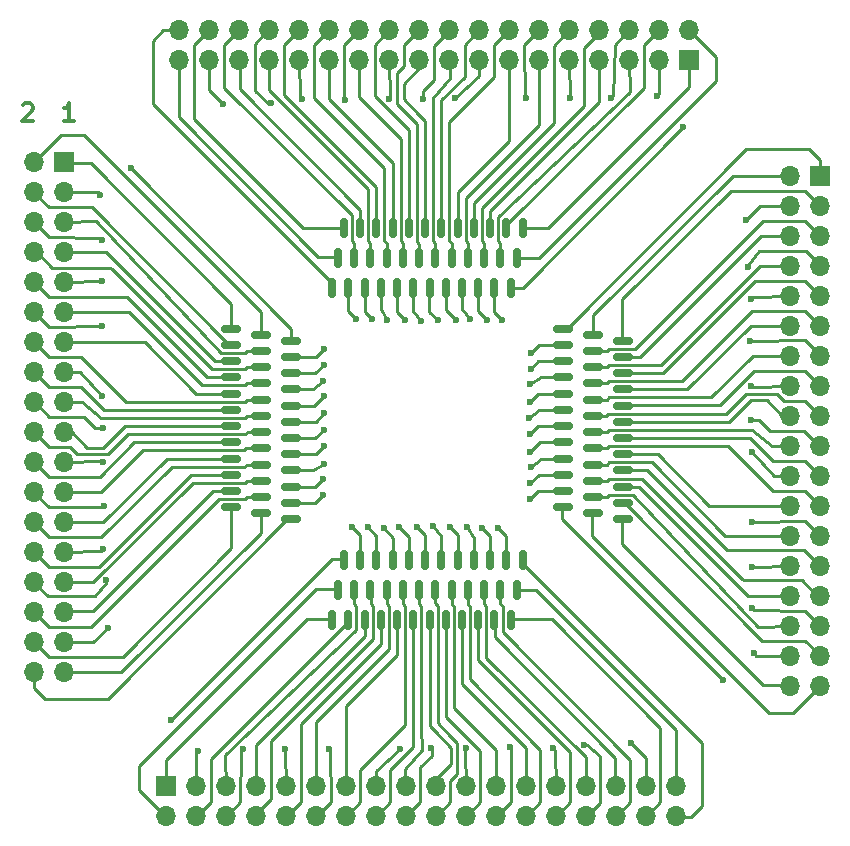
<source format=gbr>
G04 #@! TF.FileFunction,Copper,L1,Top,Signal*
%FSLAX46Y46*%
G04 Gerber Fmt 4.6, Leading zero omitted, Abs format (unit mm)*
G04 Created by KiCad (PCBNEW 4.0.5+dfsg1-4) date Sat Sep 30 20:54:29 2017*
%MOMM*%
%LPD*%
G01*
G04 APERTURE LIST*
%ADD10C,0.100000*%
%ADD11C,0.300000*%
%ADD12O,0.700000X1.740000*%
%ADD13O,1.740000X0.700000*%
%ADD14R,1.700000X1.700000*%
%ADD15O,1.700000X1.700000*%
%ADD16C,0.600000*%
%ADD17C,0.250000*%
G04 APERTURE END LIST*
D10*
D11*
X112071429Y-66821429D02*
X112142858Y-66750000D01*
X112285715Y-66678571D01*
X112642858Y-66678571D01*
X112785715Y-66750000D01*
X112857144Y-66821429D01*
X112928572Y-66964286D01*
X112928572Y-67107143D01*
X112857144Y-67321429D01*
X112000001Y-68178571D01*
X112928572Y-68178571D01*
X116428572Y-68178571D02*
X115571429Y-68178571D01*
X116000001Y-68178571D02*
X116000001Y-66678571D01*
X115857144Y-66892857D01*
X115714286Y-67035714D01*
X115571429Y-67107143D01*
D12*
X146127501Y-105325000D03*
X144752501Y-105325000D03*
D13*
X129735001Y-85762500D03*
X129735001Y-87137500D03*
X129735001Y-88512500D03*
X129735001Y-89887500D03*
X129735001Y-91262500D03*
X129735001Y-92637500D03*
X129735001Y-94012500D03*
X129735001Y-95387500D03*
X129735001Y-96762500D03*
X129735001Y-98137500D03*
X129735001Y-99512500D03*
X129735001Y-100887500D03*
X162895001Y-86762500D03*
X162895001Y-88137500D03*
X162895001Y-89512500D03*
X162895001Y-90887500D03*
X162895001Y-92262500D03*
X162895001Y-93637500D03*
X162895001Y-95012500D03*
X162895001Y-96387500D03*
X162895001Y-97762500D03*
X162895001Y-99137500D03*
X162895001Y-100512500D03*
X162895001Y-101887500D03*
X160355001Y-86262500D03*
X160355001Y-87637500D03*
X160355001Y-89012500D03*
X160355001Y-90387500D03*
X160355001Y-91762500D03*
X160355001Y-93137500D03*
X160355001Y-94512500D03*
X160355001Y-95887500D03*
X160355001Y-97262500D03*
X160355001Y-98637500D03*
X160355001Y-100012500D03*
X160355001Y-101387500D03*
X132275001Y-86262500D03*
X132275001Y-87637500D03*
X132275001Y-89012500D03*
X132275001Y-90387500D03*
X132275001Y-91762500D03*
X132275001Y-93137500D03*
X132275001Y-94512500D03*
X132275001Y-95887500D03*
X132275001Y-97262500D03*
X132275001Y-98637500D03*
X132275001Y-100012500D03*
X132275001Y-101387500D03*
X157815001Y-85762500D03*
X157815001Y-87137500D03*
X157815001Y-88512500D03*
X157815001Y-89887500D03*
X157815001Y-91262500D03*
X157815001Y-92637500D03*
X157815001Y-94012500D03*
X157815001Y-95387500D03*
X157815001Y-96762500D03*
X157815001Y-98137500D03*
X157815001Y-99512500D03*
X134815001Y-86762500D03*
X134815001Y-88137500D03*
X134815001Y-89512500D03*
X134815001Y-90887500D03*
X134815001Y-92262500D03*
X134815001Y-93637500D03*
X134815001Y-95012500D03*
X134815001Y-96387500D03*
X134815001Y-97762500D03*
X134815001Y-99137500D03*
X134815001Y-100512500D03*
X157815001Y-100887500D03*
X134815001Y-101887500D03*
D12*
X139252501Y-77245000D03*
X139252501Y-105325000D03*
X140627501Y-77245000D03*
X142002501Y-77245000D03*
X143377501Y-77245000D03*
X144752501Y-77245000D03*
X146127501Y-77245000D03*
X147502501Y-77245000D03*
X148877501Y-77245000D03*
X150252501Y-77245000D03*
X151627501Y-77245000D03*
X153002501Y-77245000D03*
X154377501Y-77245000D03*
X140627501Y-105325000D03*
X142002501Y-105325000D03*
X143377501Y-105325000D03*
X147502501Y-105325000D03*
X148877501Y-105325000D03*
X150252501Y-105325000D03*
X151627501Y-105325000D03*
X153002501Y-105325000D03*
X154377501Y-105325000D03*
X138752501Y-79785000D03*
X140127501Y-79785000D03*
X141502501Y-79785000D03*
X142877501Y-79785000D03*
X144252501Y-79785000D03*
X145627501Y-79785000D03*
X147002501Y-79785000D03*
X148377501Y-79785000D03*
X149752501Y-79785000D03*
X151127501Y-79785000D03*
X152502501Y-79785000D03*
X153877501Y-79785000D03*
X138752501Y-107865000D03*
X140127501Y-107865000D03*
X141502501Y-107865000D03*
X142877501Y-107865000D03*
X144252501Y-107865000D03*
X145627501Y-107865000D03*
X147002501Y-107865000D03*
X148377501Y-107865000D03*
X149752501Y-107865000D03*
X151127501Y-107865000D03*
X152502501Y-107865000D03*
X153877501Y-107865000D03*
X138252501Y-110405000D03*
X139627501Y-110405000D03*
X141002501Y-110405000D03*
X142377501Y-110405000D03*
X143752501Y-110405000D03*
X145127501Y-110405000D03*
X146502501Y-110405000D03*
X147877501Y-110405000D03*
X149252501Y-110405000D03*
X150627501Y-110405000D03*
X152002501Y-110405000D03*
X153377501Y-110405000D03*
X138252501Y-82325000D03*
X139627501Y-82325000D03*
X141002501Y-82325000D03*
X142377501Y-82325000D03*
X143752501Y-82325000D03*
X145127501Y-82325000D03*
X146502501Y-82325000D03*
X147877501Y-82325000D03*
X149252501Y-82325000D03*
X150627501Y-82325000D03*
X152002501Y-82325000D03*
X153377501Y-82325000D03*
D14*
X115570000Y-71660000D03*
D15*
X113030000Y-71660000D03*
X115570000Y-74200000D03*
X113030000Y-74200000D03*
X115570000Y-76740000D03*
X113030000Y-76740000D03*
X115570000Y-79280000D03*
X113030000Y-79280000D03*
X115570000Y-81820000D03*
X113030000Y-81820000D03*
X115570000Y-84360000D03*
X113030000Y-84360000D03*
X115570000Y-86900000D03*
X113030000Y-86900000D03*
X115570000Y-89440000D03*
X113030000Y-89440000D03*
X115570000Y-91980000D03*
X113030000Y-91980000D03*
X115570000Y-94520000D03*
X113030000Y-94520000D03*
X115570000Y-97060000D03*
X113030000Y-97060000D03*
X115570000Y-99600000D03*
X113030000Y-99600000D03*
X115570000Y-102140000D03*
X113030000Y-102140000D03*
X115570000Y-104680000D03*
X113030000Y-104680000D03*
X115570000Y-107220000D03*
X113030000Y-107220000D03*
X115570000Y-109760000D03*
X113030000Y-109760000D03*
X115570000Y-112300000D03*
X113030000Y-112300000D03*
X115570000Y-114840000D03*
X113030000Y-114840000D03*
D14*
X168500000Y-63010000D03*
D15*
X168500000Y-60470000D03*
X165960000Y-63010000D03*
X165960000Y-60470000D03*
X163420000Y-63010000D03*
X163420000Y-60470000D03*
X160880000Y-63010000D03*
X160880000Y-60470000D03*
X158340000Y-63010000D03*
X158340000Y-60470000D03*
X155800000Y-63010000D03*
X155800000Y-60470000D03*
X153260000Y-63010000D03*
X153260000Y-60470000D03*
X150720000Y-63010000D03*
X150720000Y-60470000D03*
X148180000Y-63010000D03*
X148180000Y-60470000D03*
X145640000Y-63010000D03*
X145640000Y-60470000D03*
X143100000Y-63010000D03*
X143100000Y-60470000D03*
X140560000Y-63010000D03*
X140560000Y-60470000D03*
X138020000Y-63010000D03*
X138020000Y-60470000D03*
X135480000Y-63010000D03*
X135480000Y-60470000D03*
X132940000Y-63010000D03*
X132940000Y-60470000D03*
X130400000Y-63010000D03*
X130400000Y-60470000D03*
X127860000Y-63010000D03*
X127860000Y-60470000D03*
X125320000Y-63010000D03*
X125320000Y-60470000D03*
D14*
X124170000Y-124460000D03*
D15*
X124170000Y-127000000D03*
X126710000Y-124460000D03*
X126710000Y-127000000D03*
X129250000Y-124460000D03*
X129250000Y-127000000D03*
X131790000Y-124460000D03*
X131790000Y-127000000D03*
X134330000Y-124460000D03*
X134330000Y-127000000D03*
X136870000Y-124460000D03*
X136870000Y-127000000D03*
X139410000Y-124460000D03*
X139410000Y-127000000D03*
X141950000Y-124460000D03*
X141950000Y-127000000D03*
X144490000Y-124460000D03*
X144490000Y-127000000D03*
X147030000Y-124460000D03*
X147030000Y-127000000D03*
X149570000Y-124460000D03*
X149570000Y-127000000D03*
X152110000Y-124460000D03*
X152110000Y-127000000D03*
X154650000Y-124460000D03*
X154650000Y-127000000D03*
X157190000Y-124460000D03*
X157190000Y-127000000D03*
X159730000Y-124460000D03*
X159730000Y-127000000D03*
X162270000Y-124460000D03*
X162270000Y-127000000D03*
X164810000Y-124460000D03*
X164810000Y-127000000D03*
X167350000Y-124460000D03*
X167350000Y-127000000D03*
D14*
X179530000Y-72790000D03*
D15*
X176990000Y-72790000D03*
X179530000Y-75330000D03*
X176990000Y-75330000D03*
X179530000Y-77870000D03*
X176990000Y-77870000D03*
X179530000Y-80410000D03*
X176990000Y-80410000D03*
X179530000Y-82950000D03*
X176990000Y-82950000D03*
X179530000Y-85490000D03*
X176990000Y-85490000D03*
X179530000Y-88030000D03*
X176990000Y-88030000D03*
X179530000Y-90570000D03*
X176990000Y-90570000D03*
X179530000Y-93110000D03*
X176990000Y-93110000D03*
X179530000Y-95650000D03*
X176990000Y-95650000D03*
X179530000Y-98190000D03*
X176990000Y-98190000D03*
X179530000Y-100730000D03*
X176990000Y-100730000D03*
X179530000Y-103270000D03*
X176990000Y-103270000D03*
X179530000Y-105810000D03*
X176990000Y-105810000D03*
X179530000Y-108350000D03*
X176990000Y-108350000D03*
X179530000Y-110890000D03*
X176990000Y-110890000D03*
X179530000Y-113430000D03*
X176990000Y-113430000D03*
X179530000Y-115970000D03*
X176990000Y-115970000D03*
D16*
X118610000Y-74400000D03*
X121200000Y-72140000D03*
X137530000Y-87470000D03*
X118750000Y-78250000D03*
X118750000Y-81750000D03*
X137540000Y-88800000D03*
X118750000Y-85500000D03*
X137510000Y-90180000D03*
X118750000Y-91480000D03*
X137580000Y-91420000D03*
X137570000Y-92930000D03*
X118860000Y-94160000D03*
X137610000Y-94330000D03*
X118860000Y-97060000D03*
X118910000Y-100810000D03*
X137570000Y-95700000D03*
X137530000Y-97220000D03*
X118860000Y-104440000D03*
X119140000Y-107070000D03*
X137510000Y-98470000D03*
X119300000Y-111090000D03*
X137480000Y-99820000D03*
X165735104Y-66078200D03*
X167995104Y-68668200D03*
X152665104Y-84998200D03*
X161885104Y-66218200D03*
X158385104Y-66218200D03*
X151335104Y-85008200D03*
X154635104Y-66218200D03*
X149955104Y-84978200D03*
X148655104Y-66218200D03*
X148715104Y-85048200D03*
X145975104Y-66328200D03*
X147205104Y-85038200D03*
X145805104Y-85078200D03*
X143075104Y-66328200D03*
X139325104Y-66378200D03*
X144435104Y-85038200D03*
X142915104Y-84998200D03*
X135695104Y-66328200D03*
X133065104Y-66608200D03*
X141665104Y-84978200D03*
X129045104Y-66768200D03*
X140315104Y-84948200D03*
X124634657Y-118910719D03*
X126894657Y-121500719D03*
X139964657Y-102580719D03*
X130744657Y-121360719D03*
X141294657Y-102570719D03*
X134244657Y-121360719D03*
X142674657Y-102600719D03*
X137994657Y-121360719D03*
X143914657Y-102530719D03*
X143974657Y-121360719D03*
X145424657Y-102540719D03*
X146654657Y-121250719D03*
X146824657Y-102500719D03*
X149554657Y-121250719D03*
X148194657Y-102540719D03*
X153304657Y-121200719D03*
X149714657Y-102580719D03*
X156934657Y-121250719D03*
X150964657Y-102600719D03*
X159564657Y-120970719D03*
X152314657Y-102630719D03*
X163584657Y-120810719D03*
X155085000Y-87825000D03*
X173265000Y-76555000D03*
X155055000Y-89175000D03*
X173425000Y-80575000D03*
X173705000Y-83205000D03*
X155035000Y-90425000D03*
X154995000Y-91945000D03*
X173655000Y-86835000D03*
X173705000Y-90585000D03*
X154955000Y-93315000D03*
X154995000Y-94715000D03*
X173705000Y-93485000D03*
X154985000Y-96225000D03*
X173815000Y-96165000D03*
X155055000Y-97465000D03*
X173815000Y-102145000D03*
X155025000Y-98845000D03*
X173815000Y-105895000D03*
X173815000Y-109395000D03*
X155035000Y-100175000D03*
X171365000Y-115505000D03*
X173955000Y-113245000D03*
D17*
X115610000Y-71700000D02*
X117800000Y-71700000D01*
X129735001Y-83635001D02*
X129735001Y-85762500D01*
X129735001Y-83635001D02*
X117800000Y-71700000D01*
X115610000Y-71700000D02*
X115570000Y-71660000D01*
X132275001Y-86262500D02*
X132275001Y-84355001D01*
X115320000Y-69370000D02*
X113030000Y-71660000D01*
X117290000Y-69370000D02*
X115320000Y-69370000D01*
X132275001Y-84355001D02*
X117290000Y-69370000D01*
X118410000Y-74200000D02*
X115570000Y-74200000D01*
X118610000Y-74400000D02*
X118410000Y-74200000D01*
X134815001Y-85755001D02*
X121200000Y-72140000D01*
X134815001Y-86762500D02*
X134815001Y-85755001D01*
X113030000Y-74200000D02*
X113030000Y-74228600D01*
X113030000Y-74228600D02*
X114280100Y-75478700D01*
X117886900Y-75478700D02*
X129545700Y-87137500D01*
X114280100Y-75478700D02*
X117886900Y-75478700D01*
X129545700Y-87137500D02*
X129735001Y-87137500D01*
X113030000Y-74200000D02*
X113100000Y-74200000D01*
X132275001Y-87637500D02*
X131026500Y-87637500D01*
X118280000Y-76670000D02*
X115570000Y-76740000D01*
X128859700Y-87823100D02*
X118280000Y-76670000D01*
X130840900Y-87823100D02*
X128859700Y-87823100D01*
X131026500Y-87637500D02*
X130840900Y-87823100D01*
X131747500Y-87637500D02*
X132275001Y-87637500D01*
X136862500Y-88137500D02*
X134815001Y-88137500D01*
X137530000Y-87470000D02*
X136862500Y-88137500D01*
X113030000Y-76740000D02*
X114260000Y-77970000D01*
X118570000Y-78070000D02*
X118750000Y-78250000D01*
X114260000Y-77970000D02*
X118570000Y-78070000D01*
X129735001Y-88512500D02*
X128355300Y-88512500D01*
X119122800Y-79280000D02*
X115570000Y-79280000D01*
X128355300Y-88512500D02*
X119122800Y-79280000D01*
X119470150Y-80579850D02*
X114559850Y-80579850D01*
X114559850Y-80579850D02*
X113260000Y-79280000D01*
X113260000Y-79280000D02*
X113030000Y-79280000D01*
X132275001Y-89012500D02*
X131061200Y-89012500D01*
X128085000Y-89194700D02*
X119625150Y-80734850D01*
X119625150Y-80734850D02*
X119470150Y-80579850D01*
X130879000Y-89194700D02*
X128085000Y-89194700D01*
X131061200Y-89012500D02*
X130879000Y-89194700D01*
X132275001Y-89012500D02*
X132826500Y-89012500D01*
X136827500Y-89512500D02*
X137540000Y-88800000D01*
X134815001Y-89512500D02*
X136827500Y-89512500D01*
X118750000Y-81750000D02*
X115570000Y-81820000D01*
X129735001Y-89887500D02*
X127687500Y-89887500D01*
X114320000Y-83110000D02*
X113030000Y-81820000D01*
X120910000Y-83110000D02*
X114320000Y-83110000D01*
X127687500Y-89887500D02*
X120910000Y-83110000D01*
X113030000Y-81820000D02*
X113080000Y-81820000D01*
X131957500Y-90387500D02*
X132147000Y-90198000D01*
X121027800Y-84360000D02*
X115570000Y-84360000D01*
X127234100Y-90566300D02*
X121027800Y-84360000D01*
X132275001Y-90387500D02*
X131019700Y-90387500D01*
X130840900Y-90566300D02*
X127234100Y-90566300D01*
X131019700Y-90387500D02*
X130840900Y-90566300D01*
X134815001Y-90887500D02*
X136642500Y-90887500D01*
X114300000Y-85630000D02*
X113030000Y-84360000D01*
X118710000Y-85540000D02*
X114300000Y-85630000D01*
X118750000Y-85500000D02*
X118710000Y-85540000D01*
X136642500Y-90887500D02*
X137510000Y-90180000D01*
X129735001Y-91262500D02*
X126757600Y-91262500D01*
X122395100Y-86900000D02*
X115570000Y-86900000D01*
X126757600Y-91262500D02*
X122395100Y-86900000D01*
X125989500Y-91950600D02*
X120800600Y-91950600D01*
X132275001Y-91762500D02*
X131041700Y-91762500D01*
X130853600Y-91950600D02*
X125989500Y-91950600D01*
X131041700Y-91762500D02*
X130853600Y-91950600D01*
X114290000Y-88160000D02*
X113030000Y-86900000D01*
X117010000Y-88160000D02*
X114290000Y-88160000D01*
X120800600Y-91950600D02*
X117010000Y-88160000D01*
X113611000Y-86900000D02*
X113030000Y-86900000D01*
X116920000Y-89440000D02*
X115570000Y-89440000D01*
X118750000Y-91480000D02*
X116920000Y-89440000D01*
X136737500Y-92262500D02*
X137580000Y-91420000D01*
X134815001Y-92262500D02*
X136737500Y-92262500D01*
X129735001Y-92637500D02*
X118937500Y-92637500D01*
X114260000Y-90670000D02*
X113030000Y-89440000D01*
X116970000Y-90670000D02*
X114260000Y-90670000D01*
X118937500Y-92637500D02*
X116970000Y-90670000D01*
X113030000Y-89440000D02*
X113060000Y-89440000D01*
X132275001Y-93137500D02*
X131032500Y-93137500D01*
X117101813Y-91940723D02*
X115570000Y-91980000D01*
X118720000Y-93330000D02*
X117101813Y-91940723D01*
X120650000Y-93320000D02*
X118720000Y-93330000D01*
X130850000Y-93320000D02*
X120650000Y-93320000D01*
X131032500Y-93137500D02*
X130850000Y-93320000D01*
X117220000Y-93220000D02*
X118190000Y-94190000D01*
X134815001Y-93637500D02*
X136862500Y-93637500D01*
X137570000Y-92930000D02*
X136862500Y-93637500D01*
X114320000Y-93220000D02*
X117220000Y-93220000D01*
X114320000Y-93220000D02*
X113080000Y-91980000D01*
X118830000Y-94190000D02*
X118860000Y-94160000D01*
X118190000Y-94190000D02*
X118830000Y-94190000D01*
X113030000Y-91980000D02*
X113080000Y-91980000D01*
X120170000Y-94520000D02*
X118870000Y-95820000D01*
X120677500Y-94012500D02*
X120170000Y-94520000D01*
X129735001Y-94012500D02*
X120677500Y-94012500D01*
X117530000Y-95820000D02*
X116230000Y-94520000D01*
X118870000Y-95820000D02*
X117530000Y-95820000D01*
X116230000Y-94520000D02*
X115570000Y-94520000D01*
X119880000Y-95770000D02*
X119300000Y-96350000D01*
X131097500Y-94512500D02*
X130910000Y-94700000D01*
X130910000Y-94700000D02*
X120950000Y-94700000D01*
X120950000Y-94700000D02*
X119880000Y-95770000D01*
X113030000Y-94520000D02*
X114280000Y-95770000D01*
X131097500Y-94512500D02*
X132275001Y-94512500D01*
X116090000Y-95770000D02*
X114280000Y-95770000D01*
X116670000Y-96350000D02*
X116090000Y-95770000D01*
X119300000Y-96350000D02*
X116670000Y-96350000D01*
X113030000Y-94520000D02*
X113030000Y-94580000D01*
X115570000Y-97060000D02*
X118770000Y-96970000D01*
X136827500Y-95012500D02*
X134815001Y-95012500D01*
X137610000Y-94330000D02*
X136827500Y-95012500D01*
X118770000Y-96970000D02*
X118860000Y-97060000D01*
X129735001Y-95387500D02*
X121482500Y-95387500D01*
X114250000Y-98280000D02*
X113030000Y-97060000D01*
X118590000Y-98280000D02*
X114250000Y-98280000D01*
X121482500Y-95387500D02*
X118590000Y-98280000D01*
X122228700Y-96065400D02*
X118694100Y-99600000D01*
X130828200Y-96065400D02*
X122228700Y-96065400D01*
X132275001Y-95887500D02*
X131006100Y-95887500D01*
X118694100Y-99600000D02*
X115570000Y-99600000D01*
X131006100Y-95887500D02*
X130828200Y-96065400D01*
X113030000Y-99600000D02*
X113030000Y-99640000D01*
X113030000Y-99640000D02*
X114280000Y-100890000D01*
X114280000Y-100890000D02*
X118840000Y-100880000D01*
X118840000Y-100880000D02*
X118910000Y-100810000D01*
X137570000Y-95700000D02*
X136882500Y-96387500D01*
X136882500Y-96387500D02*
X134815001Y-96387500D01*
X129735001Y-96762500D02*
X124237500Y-96762500D01*
X118860000Y-102140000D02*
X115570000Y-102140000D01*
X124237500Y-96762500D02*
X118860000Y-102140000D01*
X132275001Y-97262500D02*
X131017500Y-97262500D01*
X114290000Y-103400000D02*
X113030000Y-102140000D01*
X118720000Y-103400000D02*
X114290000Y-103400000D01*
X124670000Y-97450000D02*
X118720000Y-103400000D01*
X130830000Y-97450000D02*
X124670000Y-97450000D01*
X131017500Y-97262500D02*
X130830000Y-97450000D01*
X113725300Y-102140000D02*
X113030000Y-102140000D01*
X115570000Y-104680000D02*
X118700000Y-104600000D01*
X136657500Y-97762500D02*
X134815001Y-97762500D01*
X137530000Y-97220000D02*
X136657500Y-97762500D01*
X118700000Y-104600000D02*
X118860000Y-104440000D01*
X129735001Y-98137500D02*
X126312500Y-98137500D01*
X118520000Y-105930000D02*
X114280000Y-105930000D01*
X126312500Y-98137500D02*
X118520000Y-105930000D01*
X114280000Y-105930000D02*
X113030000Y-104680000D01*
X113030000Y-104670000D02*
X113030000Y-104680000D01*
X132275001Y-98637500D02*
X131050100Y-98637500D01*
X118048000Y-107220000D02*
X115570000Y-107220000D01*
X126446700Y-98821300D02*
X118048000Y-107220000D01*
X130866300Y-98821300D02*
X126446700Y-98821300D01*
X131050100Y-98637500D02*
X130866300Y-98821300D01*
X119140000Y-107310000D02*
X119140000Y-107070000D01*
X118180000Y-108430000D02*
X119140000Y-107310000D01*
X113030000Y-107220000D02*
X113030000Y-107270000D01*
X113030000Y-107270000D02*
X114190000Y-108430000D01*
X114190000Y-108430000D02*
X118180000Y-108430000D01*
X137510000Y-98470000D02*
X136842500Y-99137500D01*
X136842500Y-99137500D02*
X134815001Y-99137500D01*
X115630000Y-109700000D02*
X118020400Y-109700000D01*
X128207900Y-99512500D02*
X118020400Y-109700000D01*
X128207900Y-99512500D02*
X129735001Y-99512500D01*
X115630000Y-109700000D02*
X115570000Y-109760000D01*
X132275001Y-100012500D02*
X131067500Y-100012500D01*
X114280000Y-111010000D02*
X113030000Y-109760000D01*
X117870000Y-111010000D02*
X114280000Y-111010000D01*
X128670000Y-100210000D02*
X117870000Y-111010000D01*
X130870000Y-100210000D02*
X128670000Y-100210000D01*
X131067500Y-100012500D02*
X130870000Y-100210000D01*
X118040000Y-112300000D02*
X119300000Y-111090000D01*
X115570000Y-112300000D02*
X118040000Y-112300000D01*
X136787500Y-100512500D02*
X134815001Y-100512500D01*
X137480000Y-99820000D02*
X136787500Y-100512500D01*
X129735001Y-104364999D02*
X120550000Y-113550000D01*
X120550000Y-113550000D02*
X114280000Y-113550000D01*
X129735001Y-100887500D02*
X129735001Y-104364999D01*
X114280000Y-113550000D02*
X113030000Y-112300000D01*
X132210000Y-103034400D02*
X120404400Y-114840000D01*
X120404400Y-114840000D02*
X115570000Y-114840000D01*
X132210000Y-101452501D02*
X132210000Y-103034400D01*
X132210000Y-101452501D02*
X132275001Y-101387500D01*
X132210000Y-101452501D02*
X132275001Y-101387500D01*
X119240000Y-117080000D02*
X134432500Y-101887500D01*
X113930000Y-117080000D02*
X119240000Y-117080000D01*
X113030000Y-114840000D02*
X113030000Y-116180000D01*
X113030000Y-116180000D02*
X113930000Y-117080000D01*
X134432500Y-101887500D02*
X134815001Y-101887500D01*
X134815001Y-101887500D02*
X134302500Y-101887500D01*
X168435104Y-63078200D02*
X168435104Y-65268200D01*
X156500103Y-77203201D02*
X154372604Y-77203201D01*
X156500103Y-77203201D02*
X168435104Y-65268200D01*
X168435104Y-63078200D02*
X168475104Y-63038200D01*
X153872604Y-79743201D02*
X155780103Y-79743201D01*
X170765104Y-62788200D02*
X168475104Y-60498200D01*
X170765104Y-64758200D02*
X170765104Y-62788200D01*
X155780103Y-79743201D02*
X170765104Y-64758200D01*
X165935104Y-65878200D02*
X165935104Y-63038200D01*
X165735104Y-66078200D02*
X165935104Y-65878200D01*
X154380103Y-82283201D02*
X167995104Y-68668200D01*
X153372604Y-82283201D02*
X154380103Y-82283201D01*
X165935104Y-60498200D02*
X165906504Y-60498200D01*
X165906504Y-60498200D02*
X164656404Y-61748300D01*
X164656404Y-61748300D02*
X164656404Y-65355100D01*
X165935104Y-60498200D02*
X165935104Y-60568200D01*
X164656404Y-65355100D02*
X152997604Y-77013900D01*
X152997604Y-77013900D02*
X152997604Y-77203201D01*
X152497604Y-79743201D02*
X152497604Y-78494700D01*
X163465104Y-65748200D02*
X163395104Y-63038200D01*
X152312004Y-76327900D02*
X163465104Y-65748200D01*
X152312004Y-78309100D02*
X152312004Y-76327900D01*
X152497604Y-78494700D02*
X152312004Y-78309100D01*
X152497604Y-79215700D02*
X152497604Y-79743201D01*
X152665104Y-84998200D02*
X151997604Y-84330700D01*
X163395104Y-60498200D02*
X162165104Y-61728200D01*
X162065104Y-66038200D02*
X161885104Y-66218200D01*
X162165104Y-61728200D02*
X162065104Y-66038200D01*
X151997604Y-84330700D02*
X151997604Y-82283201D01*
X151622604Y-77203201D02*
X151622604Y-75823500D01*
X160855104Y-66591000D02*
X160855104Y-63038200D01*
X151622604Y-75823500D02*
X160855104Y-66591000D01*
X159555254Y-66938350D02*
X159555254Y-62028050D01*
X159555254Y-62028050D02*
X160855104Y-60728200D01*
X160855104Y-60728200D02*
X160855104Y-60498200D01*
X151122604Y-79743201D02*
X151122604Y-78529400D01*
X150940404Y-75553200D02*
X159400254Y-67093350D01*
X159400254Y-67093350D02*
X159555254Y-66938350D01*
X150940404Y-78347200D02*
X150940404Y-75553200D01*
X151122604Y-78529400D02*
X150940404Y-78347200D01*
X151122604Y-79743201D02*
X151122604Y-80294700D01*
X150622604Y-84295700D02*
X151335104Y-85008200D01*
X150622604Y-82283201D02*
X150622604Y-84295700D01*
X158385104Y-66218200D02*
X158315104Y-63038200D01*
X157025104Y-61788200D02*
X158315104Y-60498200D01*
X157025104Y-68378200D02*
X157025104Y-61788200D01*
X158315104Y-60498200D02*
X158315104Y-60548200D01*
X150247604Y-77203201D02*
X150247604Y-75155700D01*
X150247604Y-75155700D02*
X157025104Y-68378200D01*
X149747604Y-79425700D02*
X149937104Y-79615200D01*
X155775104Y-68496000D02*
X155775104Y-63038200D01*
X149568804Y-74702300D02*
X155775104Y-68496000D01*
X149747604Y-79743201D02*
X149747604Y-78487900D01*
X149568804Y-78309100D02*
X149568804Y-74702300D01*
X149747604Y-78487900D02*
X149568804Y-78309100D01*
X154505104Y-61768200D02*
X155775104Y-60498200D01*
X154595104Y-66178200D02*
X154505104Y-61768200D01*
X149247604Y-82283201D02*
X149247604Y-84110700D01*
X154635104Y-66218200D02*
X154595104Y-66178200D01*
X149247604Y-84110700D02*
X149955104Y-84978200D01*
X148872604Y-77203201D02*
X148872604Y-74225800D01*
X153235104Y-69863300D02*
X153235104Y-63038200D01*
X148872604Y-74225800D02*
X153235104Y-69863300D01*
X148184504Y-73457700D02*
X148184504Y-68268800D01*
X151975104Y-61758200D02*
X153235104Y-60498200D01*
X151975104Y-64478200D02*
X151975104Y-61758200D01*
X148184504Y-68268800D02*
X151975104Y-64478200D01*
X153235104Y-61079200D02*
X153235104Y-60498200D01*
X148372604Y-79743201D02*
X148372604Y-78509900D01*
X148184504Y-78321800D02*
X148184504Y-73457700D01*
X148372604Y-78509900D02*
X148184504Y-78321800D01*
X150695104Y-64388200D02*
X150695104Y-63038200D01*
X148655104Y-66218200D02*
X150695104Y-64388200D01*
X147872604Y-84205700D02*
X148715104Y-85048200D01*
X147872604Y-82283201D02*
X147872604Y-84205700D01*
X149465104Y-61728200D02*
X150695104Y-60498200D01*
X149465104Y-64438200D02*
X149465104Y-61728200D01*
X150695104Y-60498200D02*
X150695104Y-60528200D01*
X147497604Y-77203201D02*
X147497604Y-66405700D01*
X147497604Y-66405700D02*
X149465104Y-64438200D01*
X146997604Y-79743201D02*
X146997604Y-78500700D01*
X148194381Y-64570013D02*
X148155104Y-63038200D01*
X146805104Y-66188200D02*
X148194381Y-64570013D01*
X146815104Y-68118200D02*
X146805104Y-66188200D01*
X146815104Y-78318200D02*
X146815104Y-68118200D01*
X146997604Y-78500700D02*
X146815104Y-78318200D01*
X146915104Y-64688200D02*
X145945104Y-65658200D01*
X146915104Y-61788200D02*
X146915104Y-64688200D01*
X146915104Y-61788200D02*
X148155104Y-60548200D01*
X145945104Y-66298200D02*
X145975104Y-66328200D01*
X145945104Y-65658200D02*
X145945104Y-66298200D01*
X148155104Y-60498200D02*
X148155104Y-60548200D01*
X146497604Y-82283201D02*
X146497604Y-84330700D01*
X147205104Y-85038200D02*
X146497604Y-84330700D01*
X145615104Y-67638200D02*
X144315104Y-66338200D01*
X146122604Y-68145700D02*
X145615104Y-67638200D01*
X146122604Y-77203201D02*
X146122604Y-68145700D01*
X144315104Y-64998200D02*
X145615104Y-63698200D01*
X144315104Y-66338200D02*
X144315104Y-64998200D01*
X145615104Y-63698200D02*
X145615104Y-63038200D01*
X145615104Y-60498200D02*
X144365104Y-61748200D01*
X144365104Y-63558200D02*
X144365104Y-61748200D01*
X143785104Y-64138200D02*
X144365104Y-63558200D01*
X143785104Y-66768200D02*
X143785104Y-64138200D01*
X145615104Y-60498200D02*
X145555104Y-60498200D01*
X144365104Y-67348200D02*
X143785104Y-66768200D01*
X145622604Y-78565700D02*
X145435104Y-78378200D01*
X145435104Y-78378200D02*
X145435104Y-68418200D01*
X145435104Y-68418200D02*
X144365104Y-67348200D01*
X145622604Y-78565700D02*
X145622604Y-79743201D01*
X143075104Y-63038200D02*
X143165104Y-66238200D01*
X145122604Y-84295700D02*
X145122604Y-82283201D01*
X145805104Y-85078200D02*
X145122604Y-84295700D01*
X143165104Y-66238200D02*
X143075104Y-66328200D01*
X141855104Y-61718200D02*
X143075104Y-60498200D01*
X141855104Y-66058200D02*
X141855104Y-61718200D01*
X144747604Y-77203201D02*
X144747604Y-68950700D01*
X144747604Y-68950700D02*
X141855104Y-66058200D01*
X144069704Y-69696900D02*
X140535104Y-66162300D01*
X144069704Y-78296400D02*
X144069704Y-69696900D01*
X144247604Y-79743201D02*
X144247604Y-78474300D01*
X140535104Y-66162300D02*
X140535104Y-63038200D01*
X144247604Y-78474300D02*
X144069704Y-78296400D01*
X140535104Y-60498200D02*
X140495104Y-60498200D01*
X140495104Y-60498200D02*
X139245104Y-61748200D01*
X139245104Y-61748200D02*
X139255104Y-66308200D01*
X139255104Y-66308200D02*
X139325104Y-66378200D01*
X144435104Y-85038200D02*
X143747604Y-84350700D01*
X143747604Y-84350700D02*
X143747604Y-82283201D01*
X143372604Y-77203201D02*
X143372604Y-71705700D01*
X137995104Y-66328200D02*
X137995104Y-63038200D01*
X143372604Y-71705700D02*
X137995104Y-66328200D01*
X136735104Y-61758200D02*
X137995104Y-60498200D01*
X136735104Y-66188200D02*
X136735104Y-61758200D01*
X137995104Y-61193500D02*
X137995104Y-60498200D01*
X142872604Y-79743201D02*
X142872604Y-78485700D01*
X142685104Y-72138200D02*
X136735104Y-66188200D01*
X142685104Y-78298200D02*
X142685104Y-72138200D01*
X142872604Y-78485700D02*
X142685104Y-78298200D01*
X135455104Y-63038200D02*
X135535104Y-66168200D01*
X142372604Y-84125700D02*
X142372604Y-82283201D01*
X142915104Y-84998200D02*
X142372604Y-84125700D01*
X135535104Y-66168200D02*
X135695104Y-66328200D01*
X134205104Y-65988200D02*
X134205104Y-61748200D01*
X134205104Y-61748200D02*
X135455104Y-60498200D01*
X135465104Y-60498200D02*
X135455104Y-60498200D01*
X141997604Y-77203201D02*
X141997604Y-73780700D01*
X141997604Y-73780700D02*
X134205104Y-65988200D01*
X141497604Y-79743201D02*
X141497604Y-78518300D01*
X132915104Y-65516200D02*
X132915104Y-63038200D01*
X141313804Y-73914900D02*
X132915104Y-65516200D01*
X141313804Y-78334500D02*
X141313804Y-73914900D01*
X141497604Y-78518300D02*
X141313804Y-78334500D01*
X132825104Y-66608200D02*
X133065104Y-66608200D01*
X131705104Y-65648200D02*
X132825104Y-66608200D01*
X132915104Y-60498200D02*
X132865104Y-60498200D01*
X132865104Y-60498200D02*
X131705104Y-61658200D01*
X131705104Y-61658200D02*
X131705104Y-65648200D01*
X141665104Y-84978200D02*
X140997604Y-84310700D01*
X140997604Y-84310700D02*
X140997604Y-82283201D01*
X130435104Y-63098200D02*
X130435104Y-65488600D01*
X140622604Y-75676100D02*
X130435104Y-65488600D01*
X140622604Y-75676100D02*
X140622604Y-77203201D01*
X130435104Y-63098200D02*
X130375104Y-63038200D01*
X129125104Y-61748200D02*
X130375104Y-60498200D01*
X129125104Y-65338200D02*
X129125104Y-61748200D01*
X140122604Y-79743201D02*
X140122604Y-78535700D01*
X139935104Y-76148200D02*
X129125104Y-65338200D01*
X139935104Y-78348200D02*
X139935104Y-76148200D01*
X140122604Y-78535700D02*
X139935104Y-78348200D01*
X127835104Y-65508200D02*
X129045104Y-66768200D01*
X127835104Y-63038200D02*
X127835104Y-65508200D01*
X139622604Y-84255700D02*
X139622604Y-82283201D01*
X140315104Y-84948200D02*
X139622604Y-84255700D01*
X126585104Y-68018200D02*
X126585104Y-61748200D01*
X126585104Y-61748200D02*
X127835104Y-60498200D01*
X135770105Y-77203201D02*
X126585104Y-68018200D01*
X139247604Y-77203201D02*
X135770105Y-77203201D01*
X137100704Y-79678200D02*
X125295104Y-67872600D01*
X125295104Y-67872600D02*
X125295104Y-63038200D01*
X138682603Y-79678200D02*
X137100704Y-79678200D01*
X138682603Y-79678200D02*
X138747604Y-79743201D01*
X138682603Y-79678200D02*
X138747604Y-79743201D01*
X123055104Y-66708200D02*
X138247604Y-81900700D01*
X123055104Y-61398200D02*
X123055104Y-66708200D01*
X125295104Y-60498200D02*
X123955104Y-60498200D01*
X123955104Y-60498200D02*
X123055104Y-61398200D01*
X138247604Y-81900700D02*
X138247604Y-82283201D01*
X138247604Y-82283201D02*
X138247604Y-81770700D01*
X136129658Y-110375718D02*
X138257157Y-110375718D01*
X136129658Y-110375718D02*
X124194657Y-122310719D01*
X124194657Y-124500719D02*
X124154657Y-124540719D01*
X124194657Y-124500719D02*
X124194657Y-122310719D01*
X136849658Y-107835718D02*
X121864657Y-122820719D01*
X138757157Y-107835718D02*
X136849658Y-107835718D01*
X121864657Y-124790719D02*
X124154657Y-127080719D01*
X121864657Y-122820719D02*
X121864657Y-124790719D01*
X139257157Y-105295718D02*
X138249658Y-105295718D01*
X138249658Y-105295718D02*
X124634657Y-118910719D01*
X126894657Y-121500719D02*
X126694657Y-121700719D01*
X126694657Y-121700719D02*
X126694657Y-124540719D01*
X139632157Y-110565019D02*
X139632157Y-110375718D01*
X127973357Y-122223819D02*
X139632157Y-110565019D01*
X127973357Y-125830619D02*
X127973357Y-122223819D01*
X126723257Y-127080719D02*
X127973357Y-125830619D01*
X126694657Y-127080719D02*
X126723257Y-127080719D01*
X126694657Y-127080719D02*
X126694657Y-127010719D01*
X140317757Y-111251019D02*
X129164657Y-121830719D01*
X129164657Y-121830719D02*
X129234657Y-124540719D01*
X140132157Y-108363219D02*
X140132157Y-107835718D01*
X140132157Y-109084219D02*
X140317757Y-109269819D01*
X140132157Y-107835718D02*
X140132157Y-109084219D01*
X140317757Y-109269819D02*
X140317757Y-111251019D01*
X130564657Y-121540719D02*
X130744657Y-121360719D01*
X130464657Y-125850719D02*
X130564657Y-121540719D01*
X129234657Y-127080719D02*
X130464657Y-125850719D01*
X140632157Y-103248219D02*
X140632157Y-105295718D01*
X139964657Y-102580719D02*
X140632157Y-103248219D01*
X141007157Y-111755419D02*
X131774657Y-120987919D01*
X131774657Y-120987919D02*
X131774657Y-124540719D01*
X141007157Y-110375718D02*
X141007157Y-111755419D01*
X133229507Y-120485569D02*
X133074507Y-120640569D01*
X141689357Y-112025719D02*
X133229507Y-120485569D01*
X133074507Y-125550869D02*
X131774657Y-126850719D01*
X131774657Y-126850719D02*
X131774657Y-127080719D01*
X133074507Y-120640569D02*
X133074507Y-125550869D01*
X141507157Y-107835718D02*
X141507157Y-107284219D01*
X141507157Y-109049519D02*
X141689357Y-109231719D01*
X141507157Y-107835718D02*
X141507157Y-109049519D01*
X141689357Y-109231719D02*
X141689357Y-112025719D01*
X134244657Y-121360719D02*
X134314657Y-124540719D01*
X142007157Y-105295718D02*
X142007157Y-103283219D01*
X142007157Y-103283219D02*
X141294657Y-102570719D01*
X142382157Y-112423219D02*
X135604657Y-119200719D01*
X135604657Y-125790719D02*
X134314657Y-127080719D01*
X135604657Y-119200719D02*
X135604657Y-125790719D01*
X134314657Y-127080719D02*
X134314657Y-127030719D01*
X142382157Y-110375718D02*
X142382157Y-112423219D01*
X142882157Y-108153219D02*
X142692657Y-107963719D01*
X143060957Y-112876619D02*
X136854657Y-119082919D01*
X136854657Y-119082919D02*
X136854657Y-124540719D01*
X142882157Y-107835718D02*
X142882157Y-109091019D01*
X143060957Y-109269819D02*
X143060957Y-112876619D01*
X142882157Y-109091019D02*
X143060957Y-109269819D01*
X138034657Y-121400719D02*
X138124657Y-125810719D01*
X138124657Y-125810719D02*
X136854657Y-127080719D01*
X137994657Y-121360719D02*
X138034657Y-121400719D01*
X143382157Y-105295718D02*
X143382157Y-103468219D01*
X143382157Y-103468219D02*
X142674657Y-102600719D01*
X143757157Y-113353119D02*
X139394657Y-117715619D01*
X139394657Y-117715619D02*
X139394657Y-124540719D01*
X143757157Y-110375718D02*
X143757157Y-113353119D01*
X139394657Y-126499719D02*
X139394657Y-127080719D01*
X140654657Y-125820719D02*
X139394657Y-127080719D01*
X140654657Y-123100719D02*
X140654657Y-125820719D01*
X144445257Y-119310119D02*
X140654657Y-123100719D01*
X144445257Y-114121219D02*
X144445257Y-119310119D01*
X144257157Y-107835718D02*
X144257157Y-109069019D01*
X144445257Y-109257119D02*
X144445257Y-114121219D01*
X144257157Y-109069019D02*
X144445257Y-109257119D01*
X144757157Y-103373219D02*
X143914657Y-102530719D01*
X143974657Y-121360719D02*
X141934657Y-123190719D01*
X141934657Y-123190719D02*
X141934657Y-124540719D01*
X144757157Y-105295718D02*
X144757157Y-103373219D01*
X145132157Y-110375718D02*
X145132157Y-121173219D01*
X145132157Y-121173219D02*
X143164657Y-123140719D01*
X143164657Y-123140719D02*
X143164657Y-125850719D01*
X143164657Y-125850719D02*
X141934657Y-127080719D01*
X141934657Y-127080719D02*
X141934657Y-127050719D01*
X145814657Y-109260719D02*
X145814657Y-119460719D01*
X144435380Y-123008906D02*
X144474657Y-124540719D01*
X145824657Y-121390719D02*
X144435380Y-123008906D01*
X145814657Y-119460719D02*
X145824657Y-121390719D01*
X145632157Y-109078219D02*
X145814657Y-109260719D01*
X145632157Y-107835718D02*
X145632157Y-109078219D01*
X145714657Y-125790719D02*
X144474657Y-127030719D01*
X144474657Y-127080719D02*
X144474657Y-127030719D01*
X145714657Y-125790719D02*
X145714657Y-122890719D01*
X145714657Y-122890719D02*
X146684657Y-121920719D01*
X146684657Y-121280719D02*
X146654657Y-121250719D01*
X146684657Y-121920719D02*
X146684657Y-121280719D01*
X145424657Y-102540719D02*
X146132157Y-103248219D01*
X146132157Y-105295718D02*
X146132157Y-103248219D01*
X148314657Y-121240719D02*
X148314657Y-122580719D01*
X147014657Y-119940719D02*
X148314657Y-121240719D01*
X146507157Y-119433219D02*
X147014657Y-119940719D01*
X146507157Y-110375718D02*
X146507157Y-119433219D01*
X147014657Y-123880719D02*
X147014657Y-124540719D01*
X148314657Y-122580719D02*
X147014657Y-123880719D01*
X147194657Y-109200719D02*
X147194657Y-119160719D01*
X148844657Y-120810719D02*
X148844657Y-123440719D01*
X148264657Y-120230719D02*
X148844657Y-120810719D01*
X148844657Y-123440719D02*
X148264657Y-124020719D01*
X147194657Y-119160719D02*
X148264657Y-120230719D01*
X148264657Y-124020719D02*
X148264657Y-125830719D01*
X147014657Y-127080719D02*
X148264657Y-125830719D01*
X147014657Y-127080719D02*
X147074657Y-127080719D01*
X147007157Y-109013219D02*
X147007157Y-107835718D01*
X147007157Y-109013219D02*
X147194657Y-109200719D01*
X149464657Y-121340719D02*
X149554657Y-121250719D01*
X149554657Y-124540719D02*
X149464657Y-121340719D01*
X146824657Y-102500719D02*
X147507157Y-103283219D01*
X147507157Y-103283219D02*
X147507157Y-105295718D01*
X150774657Y-121520719D02*
X150774657Y-125860719D01*
X147882157Y-118628219D02*
X150774657Y-121520719D01*
X150774657Y-125860719D02*
X149554657Y-127080719D01*
X147882157Y-110375718D02*
X147882157Y-118628219D01*
X152094657Y-121416619D02*
X152094657Y-124540719D01*
X148560057Y-117882019D02*
X152094657Y-121416619D01*
X148560057Y-109282519D02*
X148560057Y-117882019D01*
X148382157Y-107835718D02*
X148382157Y-109104619D01*
X148382157Y-109104619D02*
X148560057Y-109282519D01*
X153374657Y-121270719D02*
X153304657Y-121200719D01*
X152094657Y-127080719D02*
X152134657Y-127080719D01*
X152134657Y-127080719D02*
X153384657Y-125830719D01*
X153384657Y-125830719D02*
X153374657Y-121270719D01*
X148194657Y-102540719D02*
X148882157Y-103228219D01*
X148882157Y-103228219D02*
X148882157Y-105295718D01*
X154634657Y-121250719D02*
X154634657Y-124540719D01*
X149257157Y-115873219D02*
X154634657Y-121250719D01*
X149257157Y-110375718D02*
X149257157Y-115873219D01*
X155894657Y-121390719D02*
X155894657Y-125820719D01*
X149944657Y-115440719D02*
X155894657Y-121390719D01*
X154634657Y-126385419D02*
X154634657Y-127080719D01*
X155894657Y-125820719D02*
X154634657Y-127080719D01*
X149944657Y-109280719D02*
X149944657Y-115440719D01*
X149757157Y-109093219D02*
X149944657Y-109280719D01*
X149757157Y-107835718D02*
X149757157Y-109093219D01*
X149714657Y-102580719D02*
X150257157Y-103453219D01*
X157174657Y-124540719D02*
X157094657Y-121410719D01*
X157094657Y-121410719D02*
X156934657Y-121250719D01*
X150257157Y-103453219D02*
X150257157Y-105295718D01*
X158424657Y-125830719D02*
X157174657Y-127080719D01*
X157164657Y-127080719D02*
X157174657Y-127080719D01*
X158424657Y-121590719D02*
X158424657Y-125830719D01*
X150632157Y-113798219D02*
X158424657Y-121590719D01*
X150632157Y-110375718D02*
X150632157Y-113798219D01*
X159714657Y-122062719D02*
X159714657Y-124540719D01*
X151315957Y-113664019D02*
X159714657Y-122062719D01*
X151132157Y-109060619D02*
X151315957Y-109244419D01*
X151315957Y-109244419D02*
X151315957Y-113664019D01*
X151132157Y-107835718D02*
X151132157Y-109060619D01*
X159764657Y-127080719D02*
X160924657Y-125920719D01*
X160924657Y-121930719D02*
X159804657Y-120970719D01*
X159804657Y-120970719D02*
X159564657Y-120970719D01*
X160924657Y-125920719D02*
X160924657Y-121930719D01*
X159714657Y-127080719D02*
X159764657Y-127080719D01*
X151632157Y-103268219D02*
X151632157Y-105295718D01*
X150964657Y-102600719D02*
X151632157Y-103268219D01*
X162194657Y-124480719D02*
X162254657Y-124540719D01*
X162194657Y-124480719D02*
X162194657Y-122090319D01*
X152007157Y-111902819D02*
X162194657Y-122090319D01*
X152007157Y-111902819D02*
X152007157Y-110375718D01*
X163504657Y-122240719D02*
X163504657Y-125830719D01*
X163504657Y-125830719D02*
X162254657Y-127080719D01*
X152694657Y-111430719D02*
X163504657Y-122240719D01*
X152507157Y-109043219D02*
X152694657Y-109230719D01*
X152694657Y-109230719D02*
X152694657Y-111430719D01*
X152507157Y-107835718D02*
X152507157Y-109043219D01*
X164794657Y-122070719D02*
X163584657Y-120810719D01*
X164794657Y-124540719D02*
X164794657Y-122070719D01*
X153007157Y-103323219D02*
X153007157Y-105295718D01*
X152314657Y-102630719D02*
X153007157Y-103323219D01*
X166044657Y-125830719D02*
X164794657Y-127080719D01*
X166044657Y-119560719D02*
X166044657Y-125830719D01*
X156859656Y-110375718D02*
X166044657Y-119560719D01*
X153382157Y-110375718D02*
X156859656Y-110375718D01*
X167334657Y-119706319D02*
X167334657Y-124540719D01*
X155529057Y-107900719D02*
X167334657Y-119706319D01*
X153947158Y-107900719D02*
X153882157Y-107835718D01*
X153947158Y-107900719D02*
X153882157Y-107835718D01*
X153947158Y-107900719D02*
X155529057Y-107900719D01*
X168674657Y-127080719D02*
X169574657Y-126180719D01*
X169574657Y-126180719D02*
X169574657Y-120870719D01*
X167334657Y-127080719D02*
X168674657Y-127080719D01*
X169574657Y-120870719D02*
X154382157Y-105678219D01*
X154382157Y-105295718D02*
X154382157Y-105808219D01*
X154382157Y-105678219D02*
X154382157Y-105295718D01*
X157749999Y-85757500D02*
X158262500Y-85757500D01*
X158132500Y-85757500D02*
X157749999Y-85757500D01*
X179535000Y-71465000D02*
X178635000Y-70565000D01*
X179535000Y-72805000D02*
X179535000Y-71465000D01*
X178635000Y-70565000D02*
X173325000Y-70565000D01*
X173325000Y-70565000D02*
X158132500Y-85757500D01*
X160355000Y-86192499D02*
X160289999Y-86257500D01*
X160355000Y-86192499D02*
X160289999Y-86257500D01*
X160355000Y-86192499D02*
X160355000Y-84610600D01*
X172160600Y-72805000D02*
X176995000Y-72805000D01*
X160355000Y-84610600D02*
X172160600Y-72805000D01*
X162829999Y-86757500D02*
X162829999Y-83280001D01*
X162829999Y-83280001D02*
X172015000Y-74095000D01*
X178285000Y-74095000D02*
X179535000Y-75345000D01*
X172015000Y-74095000D02*
X178285000Y-74095000D01*
X155085000Y-87825000D02*
X155777500Y-87132500D01*
X155777500Y-87132500D02*
X157749999Y-87132500D01*
X176995000Y-75345000D02*
X174525000Y-75345000D01*
X174525000Y-75345000D02*
X173265000Y-76555000D01*
X161497500Y-87632500D02*
X161685000Y-87445000D01*
X161685000Y-87445000D02*
X163885000Y-87445000D01*
X163885000Y-87445000D02*
X174695000Y-76635000D01*
X160289999Y-87632500D02*
X161497500Y-87632500D01*
X174695000Y-76635000D02*
X178285000Y-76635000D01*
X178285000Y-76635000D02*
X179535000Y-77885000D01*
X176935000Y-77945000D02*
X176995000Y-77885000D01*
X164357100Y-88132500D02*
X162829999Y-88132500D01*
X164357100Y-88132500D02*
X174544600Y-77945000D01*
X176935000Y-77945000D02*
X174544600Y-77945000D01*
X155722500Y-88507500D02*
X157749999Y-88507500D01*
X155055000Y-89175000D02*
X155722500Y-88507500D01*
X178375000Y-79215000D02*
X174385000Y-79215000D01*
X179535000Y-80375000D02*
X178375000Y-79215000D01*
X179535000Y-80425000D02*
X179535000Y-80375000D01*
X174385000Y-79215000D02*
X173425000Y-80335000D01*
X173425000Y-80335000D02*
X173425000Y-80575000D01*
X161514900Y-89007500D02*
X161698700Y-88823700D01*
X161698700Y-88823700D02*
X166118300Y-88823700D01*
X166118300Y-88823700D02*
X174517000Y-80425000D01*
X174517000Y-80425000D02*
X176995000Y-80425000D01*
X160289999Y-89007500D02*
X161514900Y-89007500D01*
X166252500Y-89507500D02*
X174045000Y-81715000D01*
X162829999Y-89507500D02*
X166252500Y-89507500D01*
X179535000Y-82975000D02*
X179535000Y-82965000D01*
X178285000Y-81715000D02*
X179535000Y-82965000D01*
X174045000Y-81715000D02*
X178285000Y-81715000D01*
X173865000Y-83045000D02*
X173705000Y-83205000D01*
X155035000Y-90425000D02*
X155907500Y-89882500D01*
X155907500Y-89882500D02*
X157749999Y-89882500D01*
X176995000Y-82965000D02*
X173865000Y-83045000D01*
X161547500Y-90382500D02*
X161735000Y-90195000D01*
X161735000Y-90195000D02*
X167895000Y-90195000D01*
X167895000Y-90195000D02*
X173845000Y-84245000D01*
X160289999Y-90382500D02*
X161547500Y-90382500D01*
X178839700Y-85505000D02*
X179535000Y-85505000D01*
X173845000Y-84245000D02*
X178275000Y-84245000D01*
X178275000Y-84245000D02*
X179535000Y-85505000D01*
X168327500Y-90882500D02*
X173705000Y-85505000D01*
X173705000Y-85505000D02*
X176995000Y-85505000D01*
X162829999Y-90882500D02*
X168327500Y-90882500D01*
X155682500Y-91257500D02*
X157749999Y-91257500D01*
X154995000Y-91945000D02*
X155682500Y-91257500D01*
X173725000Y-86765000D02*
X173655000Y-86835000D01*
X178285000Y-86755000D02*
X173725000Y-86765000D01*
X179535000Y-88005000D02*
X178285000Y-86755000D01*
X179535000Y-88045000D02*
X179535000Y-88005000D01*
X161558900Y-91757500D02*
X161736800Y-91579600D01*
X173870900Y-88045000D02*
X176995000Y-88045000D01*
X160289999Y-91757500D02*
X161558900Y-91757500D01*
X161736800Y-91579600D02*
X170336300Y-91579600D01*
X170336300Y-91579600D02*
X173870900Y-88045000D01*
X171082500Y-92257500D02*
X173975000Y-89365000D01*
X162829999Y-92257500D02*
X171082500Y-92257500D01*
X173975000Y-89365000D02*
X178315000Y-89365000D01*
X178315000Y-89365000D02*
X179535000Y-90585000D01*
X173795000Y-90675000D02*
X173705000Y-90585000D01*
X154955000Y-93315000D02*
X155737500Y-92632500D01*
X155737500Y-92632500D02*
X157749999Y-92632500D01*
X176995000Y-90585000D02*
X173795000Y-90675000D01*
X161467500Y-93132500D02*
X160289999Y-93132500D01*
X171615000Y-92945000D02*
X172685000Y-91875000D01*
X161655000Y-92945000D02*
X171615000Y-92945000D01*
X161467500Y-93132500D02*
X161655000Y-92945000D01*
X172685000Y-91875000D02*
X173265000Y-91295000D01*
X179535000Y-93125000D02*
X179535000Y-93065000D01*
X173265000Y-91295000D02*
X175895000Y-91295000D01*
X175895000Y-91295000D02*
X176475000Y-91875000D01*
X176475000Y-91875000D02*
X178285000Y-91875000D01*
X179535000Y-93125000D02*
X178285000Y-91875000D01*
X176335000Y-93125000D02*
X176995000Y-93125000D01*
X173695000Y-91825000D02*
X175035000Y-91825000D01*
X175035000Y-91825000D02*
X176335000Y-93125000D01*
X162829999Y-93632500D02*
X171887500Y-93632500D01*
X171887500Y-93632500D02*
X172395000Y-93125000D01*
X172395000Y-93125000D02*
X173695000Y-91825000D01*
X154995000Y-94715000D02*
X155702500Y-94007500D01*
X157749999Y-94007500D02*
X155702500Y-94007500D01*
X179535000Y-95665000D02*
X179485000Y-95665000D01*
X174375000Y-93455000D02*
X173735000Y-93455000D01*
X173735000Y-93455000D02*
X173705000Y-93485000D01*
X178245000Y-94425000D02*
X179485000Y-95665000D01*
X178245000Y-94425000D02*
X175345000Y-94425000D01*
X175345000Y-94425000D02*
X174375000Y-93455000D01*
X161532500Y-94507500D02*
X161715000Y-94325000D01*
X161715000Y-94325000D02*
X171915000Y-94325000D01*
X171915000Y-94325000D02*
X173845000Y-94315000D01*
X173845000Y-94315000D02*
X175463187Y-95704277D01*
X175463187Y-95704277D02*
X176995000Y-95665000D01*
X160289999Y-94507500D02*
X161532500Y-94507500D01*
X173627500Y-95007500D02*
X175595000Y-96975000D01*
X162829999Y-95007500D02*
X173627500Y-95007500D01*
X179535000Y-98205000D02*
X179505000Y-98205000D01*
X175595000Y-96975000D02*
X178305000Y-96975000D01*
X178305000Y-96975000D02*
X179535000Y-98205000D01*
X157749999Y-95382500D02*
X155827500Y-95382500D01*
X155827500Y-95382500D02*
X154985000Y-96225000D01*
X173815000Y-96165000D02*
X175645000Y-98205000D01*
X175645000Y-98205000D02*
X176995000Y-98205000D01*
X161523300Y-95882500D02*
X161711400Y-95694400D01*
X161711400Y-95694400D02*
X166575500Y-95694400D01*
X160289999Y-95882500D02*
X161523300Y-95882500D01*
X178954000Y-100745000D02*
X179535000Y-100745000D01*
X171764400Y-95694400D02*
X175555000Y-99485000D01*
X175555000Y-99485000D02*
X178275000Y-99485000D01*
X178275000Y-99485000D02*
X179535000Y-100745000D01*
X166575500Y-95694400D02*
X171764400Y-95694400D01*
X165807400Y-96382500D02*
X170169900Y-100745000D01*
X170169900Y-100745000D02*
X176995000Y-100745000D01*
X162829999Y-96382500D02*
X165807400Y-96382500D01*
X155922500Y-96757500D02*
X155055000Y-97465000D01*
X173815000Y-102145000D02*
X173855000Y-102105000D01*
X157749999Y-96757500D02*
X155922500Y-96757500D01*
X173855000Y-102105000D02*
X178265000Y-102015000D01*
X178265000Y-102015000D02*
X179535000Y-103285000D01*
X161545300Y-97257500D02*
X161724100Y-97078700D01*
X161724100Y-97078700D02*
X165330900Y-97078700D01*
X160289999Y-97257500D02*
X161545300Y-97257500D01*
X165330900Y-97078700D02*
X171537200Y-103285000D01*
X171537200Y-103285000D02*
X176995000Y-103285000D01*
X160607500Y-97257500D02*
X160418000Y-97447000D01*
X164877500Y-97757500D02*
X171655000Y-104535000D01*
X162829999Y-97757500D02*
X164877500Y-97757500D01*
X179535000Y-105825000D02*
X179485000Y-105825000D01*
X171655000Y-104535000D02*
X178245000Y-104535000D01*
X178245000Y-104535000D02*
X179535000Y-105825000D01*
X173815000Y-105895000D02*
X176995000Y-105825000D01*
X157749999Y-98132500D02*
X155737500Y-98132500D01*
X155737500Y-98132500D02*
X155025000Y-98845000D01*
X160289999Y-98632500D02*
X159738500Y-98632500D01*
X161503800Y-98632500D02*
X161686000Y-98450300D01*
X161686000Y-98450300D02*
X164480000Y-98450300D01*
X172939850Y-106910150D02*
X173094850Y-107065150D01*
X164480000Y-98450300D02*
X172939850Y-106910150D01*
X160289999Y-98632500D02*
X161503800Y-98632500D01*
X179305000Y-108365000D02*
X179535000Y-108365000D01*
X178005150Y-107065150D02*
X179305000Y-108365000D01*
X173094850Y-107065150D02*
X178005150Y-107065150D01*
X164209700Y-99132500D02*
X173442200Y-108365000D01*
X173442200Y-108365000D02*
X176995000Y-108365000D01*
X162829999Y-99132500D02*
X164209700Y-99132500D01*
X155702500Y-99507500D02*
X157749999Y-99507500D01*
X178305000Y-109675000D02*
X173995000Y-109575000D01*
X173995000Y-109575000D02*
X173815000Y-109395000D01*
X179535000Y-110905000D02*
X178305000Y-109675000D01*
X155035000Y-100175000D02*
X155702500Y-99507500D01*
X160817500Y-100007500D02*
X160289999Y-100007500D01*
X161538500Y-100007500D02*
X161724100Y-99821900D01*
X161724100Y-99821900D02*
X163705300Y-99821900D01*
X163705300Y-99821900D02*
X174285000Y-110975000D01*
X174285000Y-110975000D02*
X176995000Y-110905000D01*
X160289999Y-100007500D02*
X161538500Y-100007500D01*
X163019300Y-100507500D02*
X162829999Y-100507500D01*
X174678100Y-112166300D02*
X163019300Y-100507500D01*
X179535000Y-113445000D02*
X179465000Y-113445000D01*
X178284900Y-112166300D02*
X174678100Y-112166300D01*
X179535000Y-113416400D02*
X178284900Y-112166300D01*
X179535000Y-113445000D02*
X179535000Y-113416400D01*
X157749999Y-100882500D02*
X157749999Y-101889999D01*
X157749999Y-101889999D02*
X171365000Y-115505000D01*
X173955000Y-113245000D02*
X174155000Y-113445000D01*
X174155000Y-113445000D02*
X176995000Y-113445000D01*
X160289999Y-103289999D02*
X175275000Y-118275000D01*
X175275000Y-118275000D02*
X177245000Y-118275000D01*
X177245000Y-118275000D02*
X179535000Y-115985000D01*
X160289999Y-101382500D02*
X160289999Y-103289999D01*
X176955000Y-115945000D02*
X176995000Y-115985000D01*
X162829999Y-104009999D02*
X174765000Y-115945000D01*
X162829999Y-104009999D02*
X162829999Y-101882500D01*
X176955000Y-115945000D02*
X174765000Y-115945000D01*
M02*

</source>
